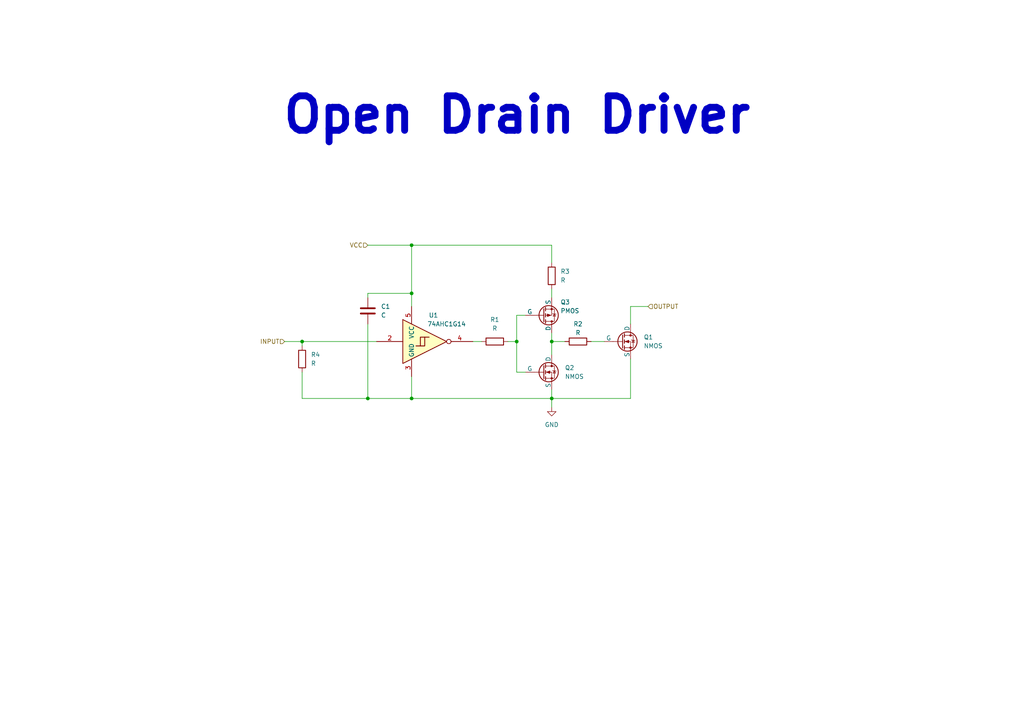
<source format=kicad_sch>
(kicad_sch (version 20230121) (generator eeschema)
  (paper "A4")
  (lib_symbols
    (symbol "74xGxx:74AHC1G14"
      (property "Reference" "U" (at -2.54 3.81 0))
      (property "Value" "74AHC1G14" (at 0 -3.81 0))
      (symbol "74AHC1G14_0_1"
        (polyline (pts (xy -2.54 -1.27) (xy -1.27 -1.27) (xy -1.27 1.27)) (stroke (width 0.254)) (fill (type background)))
        (polyline (pts (xy -7.62 6.35) (xy -7.62 -6.35) (xy 5.08 0) (xy -7.62 6.35)) (stroke (width 0.254)) (fill (type background)))
        (polyline (pts (xy -3.81 -1.27) (xy -2.54 -1.27) (xy -2.54 1.27) (xy 0 1.27)) (stroke (width 0.254)) (fill (type background)))
      )
      (symbol "74AHC1G14_1_1"
        (pin input line (at -15.24 0 0) (length 7.62) (name "~") (number "2"))
        (pin power_in line (at -5.08 -10.16 90) (length 5.08) (name "GND") (number "3"))
        (pin output inverted (at 12.7 0 180) (length 7.62) (name "~") (number "4"))
        (pin power_in line (at -5.08 10.16 270) (length 5.08) (name "VCC") (number "5"))
      )
    )
    (symbol "Device:C" (pin_numbers hide) (pin_names (offset 0.254))
      (property "Reference" "C" (at 0.635 2.54 0))
      (property "Value" "C" (at 0.635 -2.54 0))
      (symbol "C_0_1"
        (polyline (pts (xy -2.032 -0.762) (xy 2.032 -0.762)) (stroke (width 0.508)))
        (polyline (pts (xy -2.032 0.762) (xy 2.032 0.762)) (stroke (width 0.508)))
      )
      (symbol "C_1_1"
        (pin passive line (at 0 3.81 270) (length 2.794) (name "~") (number "1"))
        (pin passive line (at 0 -3.81 90) (length 2.794) (name "~") (number "2"))
      )
    )
    (symbol "Device:R" (pin_numbers hide) (pin_names (offset 0))
      (property "Reference" "R" (at 2.032 0 90))
      (property "Value" "R" (at 0 0 90))
      (symbol "R_0_1"
        (rectangle (start -1.016 -2.54) (end 1.016 2.54) (stroke (width 0.254)))
      )
      (symbol "R_1_1"
        (pin passive line (at 0 3.81 270) (length 1.27) (name "~") (number "1"))
        (pin passive line (at 0 -3.81 90) (length 1.27) (name "~") (number "2"))
      )
    )
    (symbol "Simulation_SPICE:NMOS" (pin_numbers hide) (pin_names (offset 0))
      (property "Reference" "Q" (at 5.08 1.27 0))
      (property "Value" "NMOS" (at 5.08 -1.27 0))
      (symbol "NMOS_0_1"
        (polyline (pts (xy 0.254 0) (xy -2.54 0)))
        (polyline (pts (xy 0.254 1.905) (xy 0.254 -1.905)) (stroke (width 0.254)))
        (polyline (pts (xy 0.762 -1.27) (xy 0.762 -2.286)) (stroke (width 0.254)))
        (polyline (pts (xy 0.762 0.508) (xy 0.762 -0.508)) (stroke (width 0.254)))
        (polyline (pts (xy 0.762 2.286) (xy 0.762 1.27)) (stroke (width 0.254)))
        (polyline (pts (xy 2.54 2.54) (xy 2.54 1.778)))
        (polyline (pts (xy 2.54 -2.54) (xy 2.54 0) (xy 0.762 0)))
        (polyline (pts (xy 0.762 -1.778) (xy 3.302 -1.778) (xy 3.302 1.778) (xy 0.762 1.778)))
        (polyline (pts (xy 1.016 0) (xy 2.032 0.381) (xy 2.032 -0.381) (xy 1.016 0)) (fill (type outline)))
        (polyline (pts (xy 2.794 0.508) (xy 2.921 0.381) (xy 3.683 0.381) (xy 3.81 0.254)))
        (polyline (pts (xy 3.302 0.381) (xy 2.921 -0.254) (xy 3.683 -0.254) (xy 3.302 0.381)))
        (circle (center 1.651 0) (radius 2.794) (stroke (width 0.254)))
        (circle (center 2.54 -1.778) (radius 0.254) (fill (type outline)))
        (circle (center 2.54 1.778) (radius 0.254) (fill (type outline)))
      )
      (symbol "NMOS_1_1"
        (pin passive line (at 2.54 5.08 270) (length 2.54) (name "D") (number "1"))
        (pin input line (at -5.08 0 0) (length 2.54) (name "G") (number "2"))
        (pin passive line (at 2.54 -5.08 90) (length 2.54) (name "S") (number "3"))
      )
    )
    (symbol "Simulation_SPICE:PMOS" (pin_numbers hide) (pin_names (offset 0))
      (property "Reference" "Q" (at 5.08 1.27 0))
      (property "Value" "PMOS" (at 5.08 -1.27 0))
      (symbol "PMOS_0_1"
        (polyline (pts (xy 0.254 0) (xy -2.54 0)))
        (polyline (pts (xy 0.254 1.905) (xy 0.254 -1.905)) (stroke (width 0.254)))
        (polyline (pts (xy 0.762 -1.27) (xy 0.762 -2.286)) (stroke (width 0.254)))
        (polyline (pts (xy 0.762 0.508) (xy 0.762 -0.508)) (stroke (width 0.254)))
        (polyline (pts (xy 0.762 2.286) (xy 0.762 1.27)) (stroke (width 0.254)))
        (polyline (pts (xy 2.54 2.54) (xy 2.54 1.778)))
        (polyline (pts (xy 2.54 -2.54) (xy 2.54 0) (xy 0.762 0)))
        (polyline (pts (xy 0.762 1.778) (xy 3.302 1.778) (xy 3.302 -1.778) (xy 0.762 -1.778)))
        (polyline (pts (xy 2.286 0) (xy 1.27 0.381) (xy 1.27 -0.381) (xy 2.286 0)) (fill (type outline)))
        (polyline (pts (xy 2.794 -0.508) (xy 2.921 -0.381) (xy 3.683 -0.381) (xy 3.81 -0.254)))
        (polyline (pts (xy 3.302 -0.381) (xy 2.921 0.254) (xy 3.683 0.254) (xy 3.302 -0.381)))
        (circle (center 1.651 0) (radius 2.794) (stroke (width 0.254)))
        (circle (center 2.54 -1.778) (radius 0.254) (fill (type outline)))
        (circle (center 2.54 1.778) (radius 0.254) (fill (type outline)))
      )
      (symbol "PMOS_1_1"
        (pin passive line (at 2.54 5.08 270) (length 2.54) (name "D") (number "1"))
        (pin input line (at -5.08 0 0) (length 2.54) (name "G") (number "2"))
        (pin passive line (at 2.54 -5.08 90) (length 2.54) (name "S") (number "3"))
      )
    )
    (symbol "power:GND" (power) (pin_names (offset 0))
      (property "Value" "GND" (at 0 -3.81 0))
      (symbol "GND_0_1"
        (polyline (pts (xy 0 0) (xy 0 -1.27) (xy 1.27 -1.27) (xy 0 -2.54) (xy -1.27 -1.27) (xy 0 -1.27)))
      )
      (symbol "GND_1_1"
        (pin power_in line (at 0 0 270) (length 0) hide (name "GND") (number "1"))
      )
    )
  )
  (junction (at 160.02 115.57))
  (junction (at 119.38 71.12))
  (junction (at 106.68 115.57))
  (junction (at 149.86 99.06))
  (junction (at 87.63 99.06))
  (junction (at 160.02 99.06))
  (junction (at 119.38 85.09))
  (junction (at 119.38 115.57))
  (wire (pts (xy 119.38 109.22) (xy 119.38 115.57)))
  (wire (pts (xy 87.63 115.57) (xy 106.68 115.57)))
  (wire (pts (xy 106.68 85.09) (xy 119.38 85.09)))
  (wire (pts (xy 160.02 71.12) (xy 119.38 71.12)))
  (wire (pts (xy 106.68 71.12) (xy 119.38 71.12)))
  (wire (pts (xy 182.88 93.98) (xy 182.88 88.9)))
  (wire (pts (xy 147.32 99.06) (xy 149.86 99.06)))
  (wire (pts (xy 82.55 99.06) (xy 87.63 99.06)))
  (wire (pts (xy 87.63 107.95) (xy 87.63 115.57)))
  (wire (pts (xy 182.88 104.14) (xy 182.88 115.57)))
  (wire (pts (xy 87.63 99.06) (xy 109.22 99.06)))
  (wire (pts (xy 106.68 93.98) (xy 106.68 115.57)))
  (wire (pts (xy 152.4 91.44) (xy 149.86 91.44)))
  (wire (pts (xy 160.02 83.82) (xy 160.02 86.36)))
  (wire (pts (xy 137.16 99.06) (xy 139.7 99.06)))
  (wire (pts (xy 160.02 76.2) (xy 160.02 71.12)))
  (wire (pts (xy 149.86 91.44) (xy 149.86 99.06)))
  (wire (pts (xy 152.4 107.95) (xy 149.86 107.95)))
  (wire (pts (xy 171.45 99.06) (xy 175.26 99.06)))
  (wire (pts (xy 160.02 99.06) (xy 160.02 102.87)))
  (wire (pts (xy 160.02 96.52) (xy 160.02 99.06)))
  (wire (pts (xy 106.68 115.57) (xy 119.38 115.57)))
  (wire (pts (xy 149.86 99.06) (xy 149.86 107.95)))
  (wire (pts (xy 182.88 115.57) (xy 160.02 115.57)))
  (wire (pts (xy 160.02 115.57) (xy 160.02 118.11)))
  (wire (pts (xy 160.02 99.06) (xy 163.83 99.06)))
  (wire (pts (xy 87.63 99.06) (xy 87.63 100.33)))
  (wire (pts (xy 160.02 113.03) (xy 160.02 115.57)))
  (wire (pts (xy 119.38 115.57) (xy 160.02 115.57)))
  (wire (pts (xy 119.38 71.12) (xy 119.38 85.09)))
  (wire (pts (xy 182.88 88.9) (xy 187.96 88.9)))
  (wire (pts (xy 106.68 86.36) (xy 106.68 85.09)))
  (wire (pts (xy 119.38 85.09) (xy 119.38 88.9)))
  (text "Open Drain Driver\n" (at 81.28 39.37 0) (effects (font (size 10 10) (thickness 2) bold) (justify left bottom)))
  (hierarchical_label "VCC" (shape input) (at 106.68 71.12 180))
  (hierarchical_label "OUTPUT" (shape input) (at 187.96 88.9 0))
  (hierarchical_label "INPUT" (shape input) (at 82.55 99.06 180))
  (symbol (lib_id "74xGxx:74AHC1G14") (at 124.46 99.06 0) (unit 1)
    (property "Reference" "U1" (at 125.73 91.44 0))
    (property "Value" "74AHC1G14" (at 129.54 93.98 0))
    (property "Datasheet" "https://www.ti.com/lit/ds/symlink/sn74lvc1g14.pdf" (effects hide))
  )
  (symbol (lib_id "Device:R") (at 167.64 99.06 90) (unit 1)
    (property "Reference" "R2" (at 167.64 93.98 90))
    (property "Value" "R" (at 167.64 96.52 90))
  )
  (symbol (lib_id "Simulation_SPICE:NMOS") (at 180.34 99.06 0) (unit 1)
    (property "Reference" "Q1" (at 186.69 97.79 0) (effects (justify left)))
    (property "Value" "NMOS" (at 186.69 100.33 0) (effects (justify left)))
    (property "Datasheet" "https://ngspice.sourceforge.io/docs/ngspice-manual.pdf" (effects hide))
    (property "Sim.Device" "NMOS" (effects hide))
    (property "Sim.Type" "VDMOS" (effects hide))
    (property "Sim.Pins" "1=D 2=G 3=S" (effects hide))
  )
  (symbol (lib_id "Device:C") (at 106.68 90.17 0) (unit 1)
    (property "Reference" "C1" (at 110.49 88.9 0) (effects (justify left)))
    (property "Value" "C" (at 110.49 91.44 0) (effects (justify left)))
  )
  (symbol (lib_id "Simulation_SPICE:PMOS") (at 157.48 91.44 0) (mirror x) (unit 1)
    (property "Reference" "Q3" (at 162.56 87.63 0) (effects (justify left)))
    (property "Value" "PMOS" (at 162.56 90.17 0) (effects (justify left)))
    (property "Datasheet" "https://ngspice.sourceforge.io/docs/ngspice-manual.pdf" (effects hide))
    (property "Sim.Device" "PMOS" (effects hide))
    (property "Sim.Type" "VDMOS" (effects hide))
    (property "Sim.Pins" "1=D 2=G 3=S" (effects hide))
  )
  (symbol (lib_id "Device:R") (at 87.63 104.14 0) (unit 1)
    (property "Reference" "R4" (at 90.17 102.87 0) (effects (justify left)))
    (property "Value" "R" (at 90.17 105.41 0) (effects (justify left)))
  )
  (symbol (lib_id "power:GND") (at 160.02 118.11 0) (unit 1)
    (property "Reference" "#PWR01" (effects hide))
    (property "Value" "GND" (at 160.02 123.19 0))
  )
  (symbol (lib_id "Simulation_SPICE:NMOS") (at 157.48 107.95 0) (unit 1)
    (property "Reference" "Q2" (at 163.83 106.68 0) (effects (justify left)))
    (property "Value" "NMOS" (at 163.83 109.22 0) (effects (justify left)))
    (property "Datasheet" "https://ngspice.sourceforge.io/docs/ngspice-manual.pdf" (effects hide))
    (property "Sim.Device" "NMOS" (effects hide))
    (property "Sim.Type" "VDMOS" (effects hide))
    (property "Sim.Pins" "1=D 2=G 3=S" (effects hide))
  )
  (symbol (lib_id "Device:R") (at 143.51 99.06 90) (unit 1)
    (property "Reference" "R1" (at 143.51 92.71 90))
    (property "Value" "R" (at 143.51 95.25 90))
  )
  (symbol (lib_id "Device:R") (at 160.02 80.01 180) (unit 1)
    (property "Reference" "R3" (at 162.56 78.74 0) (effects (justify right)))
    (property "Value" "R" (at 162.56 81.28 0) (effects (justify right)))
  )
)
</source>
